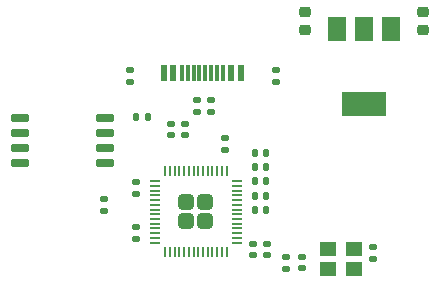
<source format=gbr>
%TF.GenerationSoftware,KiCad,Pcbnew,(6.0.7)*%
%TF.CreationDate,2022-09-13T17:29:25+02:00*%
%TF.ProjectId,rp2040-keypad,72703230-3430-42d6-9b65-797061642e6b,rev?*%
%TF.SameCoordinates,Original*%
%TF.FileFunction,Paste,Top*%
%TF.FilePolarity,Positive*%
%FSLAX46Y46*%
G04 Gerber Fmt 4.6, Leading zero omitted, Abs format (unit mm)*
G04 Created by KiCad (PCBNEW (6.0.7)) date 2022-09-13 17:29:25*
%MOMM*%
%LPD*%
G01*
G04 APERTURE LIST*
G04 Aperture macros list*
%AMRoundRect*
0 Rectangle with rounded corners*
0 $1 Rounding radius*
0 $2 $3 $4 $5 $6 $7 $8 $9 X,Y pos of 4 corners*
0 Add a 4 corners polygon primitive as box body*
4,1,4,$2,$3,$4,$5,$6,$7,$8,$9,$2,$3,0*
0 Add four circle primitives for the rounded corners*
1,1,$1+$1,$2,$3*
1,1,$1+$1,$4,$5*
1,1,$1+$1,$6,$7*
1,1,$1+$1,$8,$9*
0 Add four rect primitives between the rounded corners*
20,1,$1+$1,$2,$3,$4,$5,0*
20,1,$1+$1,$4,$5,$6,$7,0*
20,1,$1+$1,$6,$7,$8,$9,0*
20,1,$1+$1,$8,$9,$2,$3,0*%
G04 Aperture macros list end*
%ADD10RoundRect,0.140000X0.170000X-0.140000X0.170000X0.140000X-0.170000X0.140000X-0.170000X-0.140000X0*%
%ADD11RoundRect,0.140000X-0.140000X-0.170000X0.140000X-0.170000X0.140000X0.170000X-0.140000X0.170000X0*%
%ADD12RoundRect,0.225000X-0.250000X0.225000X-0.250000X-0.225000X0.250000X-0.225000X0.250000X0.225000X0*%
%ADD13RoundRect,0.140000X-0.170000X0.140000X-0.170000X-0.140000X0.170000X-0.140000X0.170000X0.140000X0*%
%ADD14R,1.400000X1.200000*%
%ADD15RoundRect,0.135000X0.185000X-0.135000X0.185000X0.135000X-0.185000X0.135000X-0.185000X-0.135000X0*%
%ADD16RoundRect,0.050000X-0.050000X-0.387500X0.050000X-0.387500X0.050000X0.387500X-0.050000X0.387500X0*%
%ADD17RoundRect,0.050000X-0.387500X-0.050000X0.387500X-0.050000X0.387500X0.050000X-0.387500X0.050000X0*%
%ADD18RoundRect,0.249999X-0.395001X-0.395001X0.395001X-0.395001X0.395001X0.395001X-0.395001X0.395001X0*%
%ADD19RoundRect,0.150000X-0.650000X-0.150000X0.650000X-0.150000X0.650000X0.150000X-0.650000X0.150000X0*%
%ADD20RoundRect,0.135000X-0.185000X0.135000X-0.185000X-0.135000X0.185000X-0.135000X0.185000X0.135000X0*%
%ADD21R,0.600000X1.450000*%
%ADD22R,0.300000X1.450000*%
%ADD23R,1.500000X2.000000*%
%ADD24R,3.800000X2.000000*%
G04 APERTURE END LIST*
D10*
%TO.C,C7*%
X164950000Y-80520000D03*
X164950000Y-81480000D03*
%TD*%
D11*
%TO.C,C13*%
X164905000Y-75225000D03*
X163945000Y-75225000D03*
%TD*%
D12*
%TO.C,C2*%
X168200000Y-60875000D03*
X168200000Y-62425000D03*
%TD*%
D13*
%TO.C,C9*%
X153850000Y-80055000D03*
X153850000Y-79095000D03*
%TD*%
D11*
%TO.C,C6*%
X164880000Y-77600000D03*
X163920000Y-77600000D03*
%TD*%
%TO.C,C8*%
X164905000Y-76425000D03*
X163945000Y-76425000D03*
%TD*%
D14*
%TO.C,Y1*%
X172300000Y-82650000D03*
X170100000Y-82650000D03*
X170100000Y-80950000D03*
X172300000Y-80950000D03*
%TD*%
D15*
%TO.C,R4*%
X160250000Y-68290000D03*
X160250000Y-69310000D03*
%TD*%
D10*
%TO.C,C4*%
X163800000Y-80520000D03*
X163800000Y-81480000D03*
%TD*%
D16*
%TO.C,U2*%
X156350000Y-74362500D03*
X156750000Y-74362500D03*
X157150000Y-74362500D03*
X157550000Y-74362500D03*
X157950000Y-74362500D03*
X158350000Y-74362500D03*
X158750000Y-74362500D03*
X159150000Y-74362500D03*
X159550000Y-74362500D03*
X159950000Y-74362500D03*
X160350000Y-74362500D03*
X160750000Y-74362500D03*
X161150000Y-74362500D03*
X161550000Y-74362500D03*
D17*
X162387500Y-75200000D03*
X162387500Y-75600000D03*
X162387500Y-76000000D03*
X162387500Y-76400000D03*
X162387500Y-76800000D03*
X162387500Y-77200000D03*
X162387500Y-77600000D03*
X162387500Y-78000000D03*
X162387500Y-78400000D03*
X162387500Y-78800000D03*
X162387500Y-79200000D03*
X162387500Y-79600000D03*
X162387500Y-80000000D03*
X162387500Y-80400000D03*
D16*
X161550000Y-81237500D03*
X161150000Y-81237500D03*
X160750000Y-81237500D03*
X160350000Y-81237500D03*
X159950000Y-81237500D03*
X159550000Y-81237500D03*
X159150000Y-81237500D03*
X158750000Y-81237500D03*
X158350000Y-81237500D03*
X157950000Y-81237500D03*
X157550000Y-81237500D03*
X157150000Y-81237500D03*
X156750000Y-81237500D03*
X156350000Y-81237500D03*
D17*
X155512500Y-80400000D03*
X155512500Y-80000000D03*
X155512500Y-79600000D03*
X155512500Y-79200000D03*
X155512500Y-78800000D03*
X155512500Y-78400000D03*
X155512500Y-78000000D03*
X155512500Y-77600000D03*
X155512500Y-77200000D03*
X155512500Y-76800000D03*
X155512500Y-76400000D03*
X155512500Y-76000000D03*
X155512500Y-75600000D03*
X155512500Y-75200000D03*
D18*
X159750000Y-78600000D03*
X158150000Y-77000000D03*
X158150000Y-78600000D03*
X159750000Y-77000000D03*
%TD*%
D19*
%TO.C,U3*%
X144050000Y-69845000D03*
X144050000Y-71115000D03*
X144050000Y-72385000D03*
X144050000Y-73655000D03*
X151250000Y-73655000D03*
X151250000Y-72385000D03*
X151250000Y-71115000D03*
X151250000Y-69845000D03*
%TD*%
D10*
%TO.C,C16*%
X167900000Y-81600000D03*
X167900000Y-82560000D03*
%TD*%
D12*
%TO.C,C1*%
X178200000Y-60875000D03*
X178200000Y-62425000D03*
%TD*%
D10*
%TO.C,C14*%
X158000000Y-70320000D03*
X158000000Y-71280000D03*
%TD*%
D11*
%TO.C,C12*%
X164905000Y-74025000D03*
X163945000Y-74025000D03*
%TD*%
D15*
%TO.C,R5*%
X151200000Y-77700000D03*
X151200000Y-76680000D03*
%TD*%
D20*
%TO.C,R6*%
X166600000Y-82610000D03*
X166600000Y-81590000D03*
%TD*%
D13*
%TO.C,C17*%
X173925000Y-81755000D03*
X173925000Y-80795000D03*
%TD*%
D21*
%TO.C,J1*%
X162750000Y-66045000D03*
X161950000Y-66045000D03*
D22*
X160750000Y-66045000D03*
X159750000Y-66045000D03*
X159250000Y-66045000D03*
X158250000Y-66045000D03*
D21*
X157050000Y-66045000D03*
X156250000Y-66045000D03*
X156250000Y-66045000D03*
X157050000Y-66045000D03*
D22*
X157750000Y-66045000D03*
X158750000Y-66045000D03*
X160250000Y-66045000D03*
X161250000Y-66045000D03*
D21*
X161950000Y-66045000D03*
X162750000Y-66045000D03*
%TD*%
D15*
%TO.C,R2*%
X153400000Y-66835000D03*
X153400000Y-65815000D03*
%TD*%
D10*
%TO.C,C5*%
X161400000Y-71570000D03*
X161400000Y-72530000D03*
%TD*%
D11*
%TO.C,C15*%
X153920000Y-69800000D03*
X154880000Y-69800000D03*
%TD*%
D23*
%TO.C,U1*%
X175500000Y-62350000D03*
X173200000Y-62350000D03*
D24*
X173200000Y-68650000D03*
D23*
X170900000Y-62350000D03*
%TD*%
D10*
%TO.C,C3*%
X156800000Y-70320000D03*
X156800000Y-71280000D03*
%TD*%
D15*
%TO.C,R1*%
X165700000Y-66835000D03*
X165700000Y-65815000D03*
%TD*%
D11*
%TO.C,C10*%
X164880000Y-72800000D03*
X163920000Y-72800000D03*
%TD*%
D20*
%TO.C,R3*%
X159050000Y-69310000D03*
X159050000Y-68290000D03*
%TD*%
D13*
%TO.C,C11*%
X153850000Y-76255000D03*
X153850000Y-75295000D03*
%TD*%
M02*

</source>
